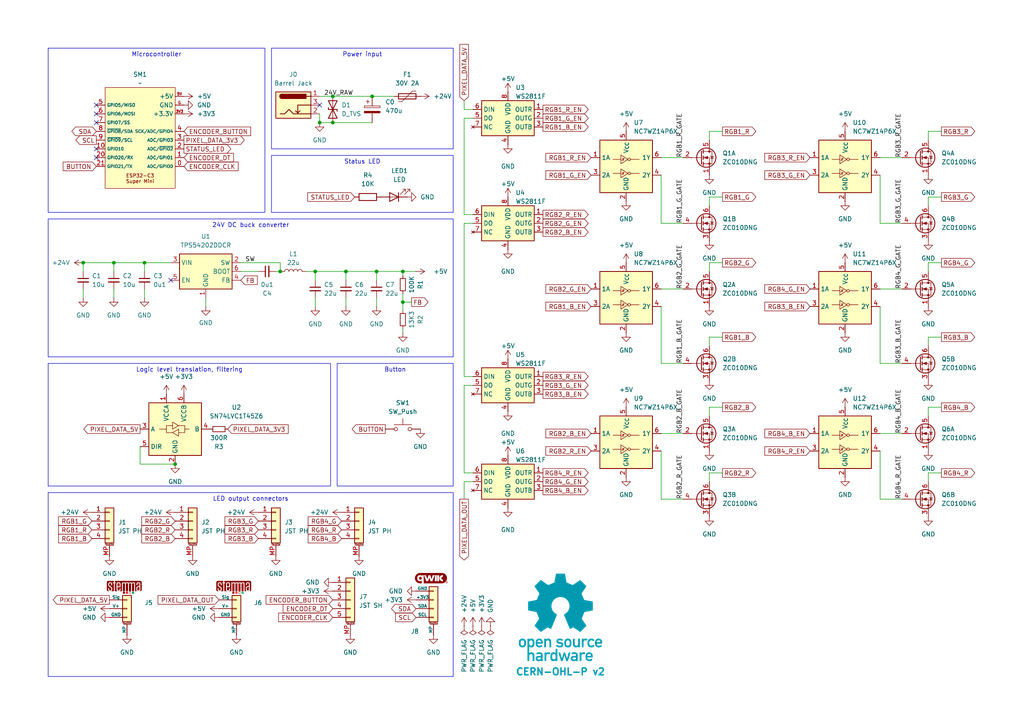
<source format=kicad_sch>
(kicad_sch (version 20231120) (generator "eeschema") (generator_version "8.0")
  (paper "A4")
  (junction (at 92.71 35.56))
  (junction (at 24.13 76.2))
  (junction (at 81.28 78.74))
  (junction (at 96.52 27.94))
  (junction (at 109.22 78.74))
  (junction (at 116.84 87.63))
  (junction (at 41.91 76.2))
  (junction (at 50.8 134.62))
  (junction (at 96.52 35.56))
  (junction (at 100.33 78.74))
  (junction (at 33.02 76.2))
  (junction (at 116.84 78.74))
  (junction (at 107.95 27.94))
  (junction (at 91.44 78.74))
  (no_connect (at 27.94 43.18))
  (no_connect (at 27.94 35.56))
  (no_connect (at 27.94 45.72))
  (no_connect (at 92.71 30.48))
  (no_connect (at 27.94 33.02))
  (no_connect (at 27.94 30.48))
  (no_connect (at 49.53 81.28))
  (wire (pts (xy 269.24 57.15) (xy 269.24 59.69)))
  (wire (pts (xy 205.74 38.1) (xy 205.74 40.64)))
  (wire (pts (xy 134.62 137.16) (xy 137.16 137.16)))
  (wire (pts (xy 273.05 38.1) (xy 269.24 38.1)))
  (wire (pts (xy 191.77 83.82) (xy 198.12 83.82)))
  (wire (pts (xy 269.24 97.79) (xy 269.24 100.33)))
  (wire (pts (xy 261.62 105.41) (xy 255.27 105.41)))
  (wire (pts (xy 91.44 78.74) (xy 91.44 81.28)))
  (wire (pts (xy 41.91 76.2) (xy 49.53 76.2)))
  (wire (pts (xy 109.22 86.36) (xy 109.22 88.9)))
  (wire (pts (xy 41.91 78.74) (xy 41.91 76.2)))
  (wire (pts (xy 255.27 105.41) (xy 255.27 88.9)))
  (wire (pts (xy 91.44 88.9) (xy 91.44 86.36)))
  (wire (pts (xy 134.62 34.29) (xy 134.62 62.23)))
  (wire (pts (xy 191.77 144.78) (xy 198.12 144.78)))
  (wire (pts (xy 24.13 86.36) (xy 24.13 83.82)))
  (wire (pts (xy 24.13 76.2) (xy 33.02 76.2)))
  (wire (pts (xy 100.33 78.74) (xy 109.22 78.74)))
  (wire (pts (xy 107.95 27.94) (xy 114.3 27.94)))
  (wire (pts (xy 116.84 78.74) (xy 120.65 78.74)))
  (wire (pts (xy 134.62 144.78) (xy 134.62 139.7)))
  (wire (pts (xy 273.05 118.11) (xy 269.24 118.11)))
  (wire (pts (xy 191.77 125.73) (xy 198.12 125.73)))
  (wire (pts (xy 24.13 78.74) (xy 24.13 76.2)))
  (wire (pts (xy 33.02 86.36) (xy 33.02 83.82)))
  (wire (pts (xy 191.77 130.81) (xy 191.77 144.78)))
  (wire (pts (xy 116.84 87.63) (xy 116.84 90.17)))
  (wire (pts (xy 134.62 64.77) (xy 134.62 109.22)))
  (wire (pts (xy 209.55 97.79) (xy 205.74 97.79)))
  (wire (pts (xy 109.22 78.74) (xy 116.84 78.74)))
  (wire (pts (xy 269.24 38.1) (xy 269.24 40.64)))
  (wire (pts (xy 116.84 96.52) (xy 116.84 95.25)))
  (wire (pts (xy 134.62 29.21) (xy 134.62 31.75)))
  (wire (pts (xy 40.64 134.62) (xy 50.8 134.62)))
  (wire (pts (xy 100.33 88.9) (xy 100.33 86.36)))
  (wire (pts (xy 88.9 78.74) (xy 91.44 78.74)))
  (wire (pts (xy 209.55 137.16) (xy 205.74 137.16)))
  (wire (pts (xy 255.27 64.77) (xy 255.27 50.8)))
  (wire (pts (xy 134.62 62.23) (xy 137.16 62.23)))
  (wire (pts (xy 191.77 64.77) (xy 198.12 64.77)))
  (wire (pts (xy 134.62 139.7) (xy 137.16 139.7)))
  (wire (pts (xy 205.74 76.2) (xy 205.74 78.74)))
  (wire (pts (xy 269.24 137.16) (xy 269.24 139.7)))
  (wire (pts (xy 273.05 97.79) (xy 269.24 97.79)))
  (wire (pts (xy 69.85 78.74) (xy 74.93 78.74)))
  (wire (pts (xy 261.62 83.82) (xy 255.27 83.82)))
  (wire (pts (xy 269.24 76.2) (xy 269.24 78.74)))
  (wire (pts (xy 100.33 81.28) (xy 100.33 78.74)))
  (wire (pts (xy 81.28 76.2) (xy 81.28 78.74)))
  (wire (pts (xy 92.71 35.56) (xy 92.71 33.02)))
  (wire (pts (xy 273.05 137.16) (xy 269.24 137.16)))
  (wire (pts (xy 40.64 129.54) (xy 40.64 134.62)))
  (wire (pts (xy 33.02 76.2) (xy 41.91 76.2)))
  (wire (pts (xy 69.85 76.2) (xy 81.28 76.2)))
  (wire (pts (xy 134.62 31.75) (xy 137.16 31.75)))
  (wire (pts (xy 191.77 50.8) (xy 191.77 64.77)))
  (wire (pts (xy 134.62 34.29) (xy 137.16 34.29)))
  (wire (pts (xy 134.62 111.76) (xy 134.62 137.16)))
  (wire (pts (xy 96.52 27.94) (xy 92.71 27.94)))
  (wire (pts (xy 137.16 64.77) (xy 134.62 64.77)))
  (wire (pts (xy 116.84 85.09) (xy 116.84 87.63)))
  (wire (pts (xy 96.52 35.56) (xy 107.95 35.56)))
  (wire (pts (xy 96.52 27.94) (xy 107.95 27.94)))
  (wire (pts (xy 269.24 118.11) (xy 269.24 120.65)))
  (wire (pts (xy 205.74 57.15) (xy 205.74 59.69)))
  (wire (pts (xy 205.74 137.16) (xy 205.74 139.7)))
  (wire (pts (xy 41.91 86.36) (xy 41.91 83.82)))
  (wire (pts (xy 209.55 118.11) (xy 205.74 118.11)))
  (wire (pts (xy 273.05 57.15) (xy 269.24 57.15)))
  (wire (pts (xy 92.71 35.56) (xy 96.52 35.56)))
  (wire (pts (xy 209.55 76.2) (xy 205.74 76.2)))
  (wire (pts (xy 273.05 76.2) (xy 269.24 76.2)))
  (wire (pts (xy 116.84 78.74) (xy 116.84 80.01)))
  (wire (pts (xy 191.77 88.9) (xy 191.77 105.41)))
  (wire (pts (xy 80.01 78.74) (xy 81.28 78.74)))
  (wire (pts (xy 209.55 57.15) (xy 205.74 57.15)))
  (wire (pts (xy 59.69 88.9) (xy 59.69 86.36)))
  (wire (pts (xy 261.62 64.77) (xy 255.27 64.77)))
  (wire (pts (xy 91.44 78.74) (xy 100.33 78.74)))
  (wire (pts (xy 205.74 97.79) (xy 205.74 100.33)))
  (wire (pts (xy 134.62 109.22) (xy 137.16 109.22)))
  (wire (pts (xy 33.02 78.74) (xy 33.02 76.2)))
  (wire (pts (xy 137.16 111.76) (xy 134.62 111.76)))
  (wire (pts (xy 261.62 45.72) (xy 255.27 45.72)))
  (wire (pts (xy 205.74 118.11) (xy 205.74 120.65)))
  (wire (pts (xy 191.77 45.72) (xy 198.12 45.72)))
  (wire (pts (xy 109.22 78.74) (xy 109.22 81.28)))
  (wire (pts (xy 191.77 105.41) (xy 198.12 105.41)))
  (wire (pts (xy 261.62 125.73) (xy 255.27 125.73)))
  (wire (pts (xy 116.84 87.63) (xy 119.38 87.63)))
  (wire (pts (xy 255.27 144.78) (xy 255.27 130.81)))
  (wire (pts (xy 209.55 38.1) (xy 205.74 38.1)))
  (wire (pts (xy 261.62 144.78) (xy 255.27 144.78)))
  (image (at 162.56 179.07) (scale 0.37481))
  (text_box "24V DC buck converter" (at 13.97 63.5 0) (size 117.475 40.005) (effects (font (size 1.27 1.27)) (justify top)))
  (text_box "Status LED" (at 78.74 45.085 0) (size 52.705 16.51) (effects (font (size 1.27 1.27)) (justify top)))
  (text_box "Button" (at 97.79 105.41 0) (size 33.655 35.56) (effects (font (size 1.27 1.27)) (justify top)))
  (text_box "Microcontroller" (at 13.97 13.97 0) (size 62.865 47.625) (effects (font (size 1.27 1.27)) (justify top)))
  (text_box "Logic level translation, filtering" (at 13.97 105.41 0) (size 81.915 35.56) (effects (font (size 1.27 1.27)) (justify top)))
  (text_box "LED output connectors" (at 13.97 142.875 0) (size 117.475 53.34) (effects (font (size 1.27 1.27)) (justify top)))
  (text_box "Power input" (at 78.74 13.97 0) (size 52.705 29.21) (effects (font (size 1.27 1.27)) (justify top)))
  (text "CERN-OHL-P v2" (at 162.56 195.072 0) (effects (font (size 2 2) (thickness 0.4) (bold yes))))
  (label "RGB2_R_GATE" (at 198.12 144.78 90))
  (label "RGB2_G_GATE" (at 198.12 83.82 90))
  (label "RGB4_R_GATE" (at 261.62 144.78 90))
  (label "RGB4_B_GATE" (at 261.62 125.73 90))
  (label "RGB1_R_GATE" (at 198.12 45.72 90))
  (label "RGB3_G_GATE" (at 261.62 64.77 90))
  (label "24V_RAW" (at 93.98 27.94 0))
  (label "RGB1_G_GATE" (at 198.12 64.77 90))
  (label "RGB4_G_GATE" (at 261.62 83.82 90))
  (label "RGB2_B_GATE" (at 198.12 125.73 90))
  (label "SW" (at 71.12 76.2 0))
  (label "RGB1_B_GATE" (at 198.12 105.41 90))
  (label "RGB3_R_GATE" (at 261.62 45.72 90))
  (label "RGB3_B_GATE" (at 261.62 105.41 90))
  (global_label "RGB2_B_EN" (shape output) (at 157.48 67.31 0) (property "Intersheetrefs" "${INTERSHEET_REFS}" (effects (hide yes))))
  (global_label "RGB2_R_EN" (shape output) (at 157.48 62.23 0) (property "Intersheetrefs" "${INTERSHEET_REFS}" (effects (hide yes))))
  (global_label "RGB1_G_EN" (shape input) (at 171.45 50.8 180) (property "Intersheetrefs" "${INTERSHEET_REFS}" (effects (hide yes))))
  (global_label "RGB3_G_EN" (shape output) (at 157.48 111.76 0) (property "Intersheetrefs" "${INTERSHEET_REFS}" (effects (hide yes))))
  (global_label "RGB3_G" (shape input) (at 74.93 151.13 180) (property "Intersheetrefs" "${INTERSHEET_REFS}" (effects (hide yes))))
  (global_label "RGB1_B" (shape input) (at 26.67 156.21 180) (property "Intersheetrefs" "${INTERSHEET_REFS}" (effects (hide yes))))
  (global_label "RGB2_B" (shape output) (at 209.55 118.11 0) (property "Intersheetrefs" "${INTERSHEET_REFS}" (effects (hide yes))))
  (global_label "ENCODER_DT" (shape input) (at 96.52 176.53 180) (property "Intersheetrefs" "${INTERSHEET_REFS}" (effects (hide yes))))
  (global_label "FB" (shape input) (at 69.85 81.28 0) (property "Intersheetrefs" "${INTERSHEET_REFS}" (effects (hide yes))))
  (global_label "SDA" (shape bidirectional) (at 27.94 38.1 180) (property "Intersheetrefs" "${INTERSHEET_REFS}" (effects (hide yes))))
  (global_label "RGB1_G_EN" (shape output) (at 157.48 34.29 0) (property "Intersheetrefs" "${INTERSHEET_REFS}" (effects (hide yes))))
  (global_label "RGB2_R" (shape output) (at 209.55 137.16 0) (property "Intersheetrefs" "${INTERSHEET_REFS}" (effects (hide yes))))
  (global_label "RGB4_G_EN" (shape input) (at 234.95 83.82 180) (property "Intersheetrefs" "${INTERSHEET_REFS}" (effects (hide yes))))
  (global_label "RGB4_G" (shape output) (at 273.05 76.2 0) (property "Intersheetrefs" "${INTERSHEET_REFS}" (effects (hide yes))))
  (global_label "SDA" (shape bidirectional) (at 120.65 176.53 180) (property "Intersheetrefs" "${INTERSHEET_REFS}" (effects (hide yes))))
  (global_label "RGB1_R_EN" (shape output) (at 157.48 31.75 0) (property "Intersheetrefs" "${INTERSHEET_REFS}" (effects (hide yes))))
  (global_label "PIXEL_DATA_OUT" (shape output) (at 134.62 144.78 270) (property "Intersheetrefs" "${INTERSHEET_REFS}" (effects (hide yes))))
  (global_label "RGB1_B" (shape output) (at 209.55 97.79 0) (property "Intersheetrefs" "${INTERSHEET_REFS}" (effects (hide yes))))
  (global_label "RGB1_B_EN" (shape input) (at 171.45 88.9 180) (property "Intersheetrefs" "${INTERSHEET_REFS}" (effects (hide yes))))
  (global_label "RGB3_G" (shape output) (at 273.05 57.15 0) (property "Intersheetrefs" "${INTERSHEET_REFS}" (effects (hide yes))))
  (global_label "RGB4_G" (shape input) (at 99.06 151.13 180) (property "Intersheetrefs" "${INTERSHEET_REFS}" (effects (hide yes))))
  (global_label "RGB4_B" (shape output) (at 273.05 118.11 0) (property "Intersheetrefs" "${INTERSHEET_REFS}" (effects (hide yes))))
  (global_label "RGB3_R_EN" (shape output) (at 157.48 109.22 0) (property "Intersheetrefs" "${INTERSHEET_REFS}" (effects (hide yes))))
  (global_label "RGB1_B_EN" (shape output) (at 157.48 36.83 0) (property "Intersheetrefs" "${INTERSHEET_REFS}" (effects (hide yes))))
  (global_label "RGB4_B_EN" (shape input) (at 234.95 125.73 180) (property "Intersheetrefs" "${INTERSHEET_REFS}" (effects (hide yes))))
  (global_label "RGB3_R" (shape output) (at 273.05 38.1 0) (property "Intersheetrefs" "${INTERSHEET_REFS}" (effects (hide yes))))
  (global_label "PIXEL_DATA_3V3" (shape input) (at 66.04 124.46 0) (property "Intersheetrefs" "${INTERSHEET_REFS}" (effects (hide yes))))
  (global_label "RGB3_R" (shape input) (at 74.93 153.67 180) (property "Intersheetrefs" "${INTERSHEET_REFS}" (effects (hide yes))))
  (global_label "RGB2_B" (shape input) (at 50.8 156.21 180) (property "Intersheetrefs" "${INTERSHEET_REFS}" (effects (hide yes))))
  (global_label "PIXEL_DATA_5V" (shape input) (at 134.62 29.21 90) (property "Intersheetrefs" "${INTERSHEET_REFS}" (effects (hide yes))))
  (global_label "RGB1_G" (shape output) (at 209.55 57.15 0) (property "Intersheetrefs" "${INTERSHEET_REFS}" (effects (hide yes))))
  (global_label "ENCODER_CLK" (shape input) (at 96.52 179.07 180) (property "Intersheetrefs" "${INTERSHEET_REFS}" (effects (hide yes))))
  (global_label "RGB2_G" (shape output) (at 209.55 76.2 0) (property "Intersheetrefs" "${INTERSHEET_REFS}" (effects (hide yes))))
  (global_label "PIXEL_DATA_OUT" (shape input) (at 63.5 173.99 180) (property "Intersheetrefs" "${INTERSHEET_REFS}" (effects (hide yes))))
  (global_label "FB" (shape output) (at 119.38 87.63 0) (property "Intersheetrefs" "${INTERSHEET_REFS}" (effects (hide yes))))
  (global_label "RGB1_R" (shape output) (at 209.55 38.1 0) (property "Intersheetrefs" "${INTERSHEET_REFS}" (effects (hide yes))))
  (global_label "SCL" (shape output) (at 27.94 40.64 180) (property "Intersheetrefs" "${INTERSHEET_REFS}" (effects (hide yes))))
  (global_label "RGB1_R_EN" (shape input) (at 171.45 45.72 180) (property "Intersheetrefs" "${INTERSHEET_REFS}" (effects (hide yes))))
  (global_label "RGB3_B" (shape input) (at 74.93 156.21 180) (property "Intersheetrefs" "${INTERSHEET_REFS}" (effects (hide yes))))
  (global_label "RGB4_B" (shape input) (at 99.06 156.21 180) (property "Intersheetrefs" "${INTERSHEET_REFS}" (effects (hide yes))))
  (global_label "PIXEL_DATA_5V" (shape output) (at 40.64 124.46 180) (property "Intersheetrefs" "${INTERSHEET_REFS}" (effects (hide yes))))
  (global_label "RGB3_B" (shape output) (at 273.05 97.79 0) (property "Intersheetrefs" "${INTERSHEET_REFS}" (effects (hide yes))))
  (global_label "BUTTON" (shape output) (at 111.76 124.46 180) (property "Intersheetrefs" "${INTERSHEET_REFS}" (effects (hide yes))))
  (global_label "BUTTON" (shape input) (at 27.94 48.26 180) (property "Intersheetrefs" "${INTERSHEET_REFS}" (effects (hide yes))))
  (global_label "RGB2_B_EN" (shape input) (at 171.45 125.73 180) (property "Intersheetrefs" "${INTERSHEET_REFS}" (effects (hide yes))))
  (global_label "STATUS_LED" (shape input) (at 102.87 57.15 180) (property "Intersheetrefs" "${INTERSHEET_REFS}" (effects (hide yes))))
  (global_label "ENCODER_CLK" (shape input) (at 53.34 48.26 0) (property "Intersheetrefs" "${INTERSHEET_REFS}" (effects (hide yes))))
  (global_label "ENCODER_DT" (shape input) (at 53.34 45.72 0) (property "Intersheetrefs" "${INTERSHEET_REFS}" (effects (hide yes))))
  (global_label "PIXEL_DATA_5V" (shape output) (at 31.75 173.99 180) (property "Intersheetrefs" "${INTERSHEET_REFS}" (effects (hide yes))))
  (global_label "RGB4_G_EN" (shape output) (at 157.48 139.7 0) (property "Intersheetrefs" "${INTERSHEET_REFS}" (effects (hide yes))))
  (global_label "RGB2_G_EN" (shape input) (at 171.45 83.82 180) (property "Intersheetrefs" "${INTERSHEET_REFS}" (effects (hide yes))))
  (global_label "RGB3_R_EN" (shape input) (at 234.95 45.72 180) (property "Intersheetrefs" "${INTERSHEET_REFS}" (effects (hide yes))))
  (global_label "RGB4_R_EN" (shape output) (at 157.48 137.16 0) (property "Intersheetrefs" "${INTERSHEET_REFS}" (effects (hide yes))))
  (global_label "RGB4_B_EN" (shape output) (at 157.48 142.24 0) (property "Intersheetrefs" "${INTERSHEET_REFS}" (effects (hide yes))))
  (global_label "PIXEL_DATA_3V3" (shape output) (at 53.34 40.64 0) (property "Intersheetrefs" "${INTERSHEET_REFS}" (effects (hide yes))))
  (global_label "RGB3_B_EN" (shape output) (at 157.48 114.3 0) (property "Intersheetrefs" "${INTERSHEET_REFS}" (effects (hide yes))))
  (global_label "SCL" (shape input) (at 120.65 179.07 180) (property "Intersheetrefs" "${INTERSHEET_REFS}" (effects (hide yes))))
  (global_label "RGB2_R_EN" (shape input) (at 171.45 130.81 180) (property "Intersheetrefs" "${INTERSHEET_REFS}" (effects (hide yes))))
  (global_label "RGB1_G" (shape input) (at 26.67 151.13 180) (property "Intersheetrefs" "${INTERSHEET_REFS}" (effects (hide yes))))
  (global_label "RGB4_R_EN" (shape input) (at 234.95 130.81 180) (property "Intersheetrefs" "${INTERSHEET_REFS}" (effects (hide yes))))
  (global_label "RGB2_G_EN" (shape output) (at 157.48 64.77 0) (property "Intersheetrefs" "${INTERSHEET_REFS}" (effects (hide yes))))
  (global_label "ENCODER_BUTTON" (shape input) (at 96.52 173.99 180) (property "Intersheetrefs" "${INTERSHEET_REFS}" (effects (hide yes))))
  (global_label "RGB2_R" (shape input) (at 50.8 153.67 180) (property "Intersheetrefs" "${INTERSHEET_REFS}" (effects (hide yes))))
  (global_label "RGB3_B_EN" (shape input) (at 234.95 88.9 180) (property "Intersheetrefs" "${INTERSHEET_REFS}" (effects (hide yes))))
  (global_label "RGB1_R" (shape input) (at 26.67 153.67 180) (property "Intersheetrefs" "${INTERSHEET_REFS}" (effects (hide yes))))
  (global_label "RGB3_G_EN" (shape input) (at 234.95 50.8 180) (property "Intersheetrefs" "${INTERSHEET_REFS}" (effects (hide yes))))
  (global_label "ENCODER_BUTTON" (shape input) (at 53.34 38.1 0) (property "Intersheetrefs" "${INTERSHEET_REFS}" (effects (hide yes))))
  (global_label "RGB4_R" (shape output) (at 273.05 137.16 0) (property "Intersheetrefs" "${INTERSHEET_REFS}" (effects (hide yes))))
  (global_label "RGB4_R" (shape input) (at 99.06 153.67 180) (property "Intersheetrefs" "${INTERSHEET_REFS}" (effects (hide yes))))
  (global_label "RGB2_G" (shape input) (at 50.8 151.13 180) (property "Intersheetrefs" "${INTERSHEET_REFS}" (effects (hide yes))))
  (global_label "STATUS_LED" (shape output) (at 53.34 43.18 0) (property "Intersheetrefs" "${INTERSHEET_REFS}" (effects (hide yes))))
  (symbol (lib_id "power:VCC") (at 53.34 27.94 270) (unit 1)
    (property "Reference" "#PWR03" (effects (hide yes)))
    (property "Value" "+5V" (at 57.15 27.9399 90) (effects (justify left)))
    (property "Description" "Power symbol creates a global label with name \"VCC\"" (effects (hide yes)))
  )
  (symbol (lib_id "Connector_Generic_MountingPin:Conn_01x04_MountingPin") (at 104.14 151.13 0) (unit 1)
    (property "Reference" "J4" (at 106.68 151.4855 0) (effects (justify left)))
    (property "Value" "JST PH" (at 106.68 154.0255 0) (effects (justify left)))
    (property "Footprint" "connector:JST_PH_S4B-PH-SM4-TB_1x04-1MP_P2.00mm_Horizontal" (effects (hide yes)))
    (property "Description" "Generic connectable mounting pin connector, single row, 01x04, script generated (kicad-library-utils/schlib/autogen/connector/)" (effects (hide yes)))
  )
  (symbol (lib_id "power:VCC") (at 245.11 118.11 0) (unit 1)
    (property "Reference" "#PWR067" (effects (hide yes)))
    (property "Value" "+5V" (at 245.11 113.03 0))
    (property "Description" "Power symbol creates a global label with name \"VCC\"" (effects (hide yes)))
  )
  (symbol (lib_id "Device:LED") (at 114.3 57.15 180) (unit 1)
    (property "Reference" "LED1" (at 115.8875 49.53 0))
    (property "Value" "LED" (at 115.8875 52.07 0))
    (property "Footprint" "discrete:LED_0402_1005Metric" (effects (hide yes)))
    (property "Description" "Light emitting diode" (effects (hide yes)))
  )
  (symbol (lib_id "power:GND") (at 181.61 138.43 0) (unit 1)
    (property "Reference" "#PWR059" (effects (hide yes)))
    (property "Value" "GND" (at 181.61 143.51 0))
    (property "Description" "Power symbol creates a global label with name \"GND\" , ground" (effects (hide yes)))
  )
  (symbol (lib_id "power:VCC") (at 134.62 181.61 0) (unit 1)
    (property "Reference" "#PWR029" (effects (hide yes)))
    (property "Value" "+24V" (at 134.6199 177.8 90) (effects (justify left)))
    (property "Description" "Power symbol creates a global label with name \"VCC\"" (effects (hide yes)))
  )
  (symbol (lib_id "power:GND") (at 125.73 184.15 0) (unit 1)
    (property "Reference" "#PWR027" (effects (hide yes)))
    (property "Value" "GND" (at 125.73 189.23 0))
    (property "Description" "Power symbol creates a global label with name \"GND\" , ground" (effects (hide yes)))
  )
  (symbol (lib_id "power:GND") (at 31.75 179.07 270) (unit 1)
    (property "Reference" "#PWR046" (effects (hide yes)))
    (property "Value" "GND" (at 27.94 179.0699 90) (effects (justify right)))
    (property "Description" "Power symbol creates a global label with name \"GND\" , ground" (effects (hide yes)))
  )
  (symbol (lib_id "Device:Polyfuse") (at 118.11 27.94 90) (unit 1)
    (property "Reference" "F1" (at 118.11 21.59 90))
    (property "Value" "30V 2A" (at 118.11 24.13 90))
    (property "Footprint" "Fuse:Fuse_1812_4532Metric" (effects (hide yes)))
    (property "Description" "Resettable fuse, polymeric positive temperature coefficient" (effects (hide yes)))
  )
  (symbol (lib_id "Device:C_Small") (at 91.44 83.82 0) (unit 1)
    (property "Reference" "C5" (at 93.98 82.5562 0) (effects (justify left)))
    (property "Value" "22u" (at 93.98 85.0962 0) (effects (justify left)))
    (property "Footprint" "discrete:C_0805_2012Metric_Pad1.18x1.45mm_HandSolder" (effects (hide yes)))
    (property "Description" "Unpolarized capacitor, small symbol" (effects (hide yes)))
  )
  (symbol (lib_id "discrete:ZC010DNG") (at 203.2 64.77 0) (unit 2)
    (property "Reference" "Q1" (at 209.55 63.4999 0) (effects (justify left)))
    (property "Value" "ZC010DNG" (at 209.55 66.0399 0) (effects (justify left)))
    (property "Footprint" "package:PDFN-8_L3.2-W3.1-P0.65-LS3.4-BL-EP2" (effects (hide yes)))
    (property "Datasheet" "https://www.lcsc.com/datasheet/lcsc_datasheet_2407301051_DOINGTER-ZC010DNG_C36499170.pdf" (effects (hide yes)))
    (property "Description" "35A Id, 30V Vds, Dual N-Channel MOSFET, PDFN-8(3x3)" (effects (hide yes)))
    (property "LCSC Part" "C36499170" (effects (hide yes)))
  )
  (symbol (lib_id "power:VCC") (at 24.13 76.2 90) (unit 1)
    (property "Reference" "#PWR011" (effects (hide yes)))
    (property "Value" "+24V" (at 20.32 76.1999 90) (effects (justify left)))
    (property "Description" "Power symbol creates a global label with name \"VCC\"" (effects (hide yes)))
  )
  (symbol (lib_id "power:GND") (at 245.11 58.42 0) (unit 1)
    (property "Reference" "#PWR064" (effects (hide yes)))
    (property "Value" "GND" (at 245.11 63.5 0))
    (property "Description" "Power symbol creates a global label with name \"GND\" , ground" (effects (hide yes)))
  )
  (symbol (lib_id "power:GND") (at 181.61 58.42 0) (unit 1)
    (property "Reference" "#PWR035" (effects (hide yes)))
    (property "Value" "GND" (at 181.61 63.5 0))
    (property "Description" "Power symbol creates a global label with name \"GND\" , ground" (effects (hide yes)))
  )
  (symbol (lib_id "Device:C_Small") (at 100.33 83.82 0) (unit 1)
    (property "Reference" "C6" (at 102.87 82.5562 0) (effects (justify left)))
    (property "Value" "22u" (at 102.87 85.0962 0) (effects (justify left)))
    (property "Footprint" "discrete:C_0805_2012Metric_Pad1.18x1.45mm_HandSolder" (effects (hide yes)))
    (property "Description" "Unpolarized capacitor, small symbol" (effects (hide yes)))
  )
  (symbol (lib_id "power:VCC") (at 99.06 148.59 90) (unit 1)
    (property "Reference" "#PWR043" (effects (hide yes)))
    (property "Value" "+24V" (at 95.25 148.5899 90) (effects (justify left)))
    (property "Description" "Power symbol creates a global label with name \"VCC\"" (effects (hide yes)))
  )
  (symbol (lib_id "power:GND") (at 205.74 110.49 0) (unit 1)
    (property "Reference" "#PWR051" (effects (hide yes)))
    (property "Value" "GND" (at 205.74 115.57 0))
    (property "Description" "Power symbol creates a global label with name \"GND\" , ground" (effects (hide yes)))
  )
  (symbol (lib_id "power:VCC") (at 50.8 148.59 90) (unit 1)
    (property "Reference" "#PWR039" (effects (hide yes)))
    (property "Value" "+24V" (at 46.99 148.5899 90) (effects (justify left)))
    (property "Description" "Power symbol creates a global label with name \"VCC\"" (effects (hide yes)))
  )
  (symbol (lib_id "power:VCC") (at 63.5 176.53 90) (unit 1)
    (property "Reference" "#PWR049" (effects (hide yes)))
    (property "Value" "+5V" (at 59.69 176.5299 90) (effects (justify left)))
    (property "Description" "Power symbol creates a global label with name \"VCC\"" (effects (hide yes)))
  )
  (symbol (lib_id "power:VCC") (at 31.75 176.53 90) (unit 1)
    (property "Reference" "#PWR047" (effects (hide yes)))
    (property "Value" "+5V" (at 27.94 176.5299 90) (effects (justify left)))
    (property "Description" "Power symbol creates a global label with name \"VCC\"" (effects (hide yes)))
  )
  (symbol (lib_id "discrete:ZC010DNG") (at 266.7 144.78 0) (unit 2)
    (property "Reference" "Q6" (at 273.05 143.5099 0) (effects (justify left)))
    (property "Value" "ZC010DNG" (at 273.05 146.0499 0) (effects (justify left)))
    (property "Footprint" "package:PDFN-8_L3.2-W3.1-P0.65-LS3.4-BL-EP2" (effects (hide yes)))
    (property "Datasheet" "https://www.lcsc.com/datasheet/lcsc_datasheet_2407301051_DOINGTER-ZC010DNG_C36499170.pdf" (effects (hide yes)))
    (property "Description" "35A Id, 30V Vds, Dual N-Channel MOSFET, PDFN-8(3x3)" (effects (hide yes)))
    (property "LCSC Part" "C36499170" (effects (hide yes)))
  )
  (symbol (lib_id "power:VCC") (at 181.61 38.1 0) (unit 1)
    (property "Reference" "#PWR036" (effects (hide yes)))
    (property "Value" "+5V" (at 181.61 33.02 0))
    (property "Description" "Power symbol creates a global label with name \"VCC\"" (effects (hide yes)))
  )
  (symbol (lib_id "discrete:ZC010DNG") (at 266.7 45.72 0) (unit 1)
    (property "Reference" "Q4" (at 273.05 44.4499 0) (effects (justify left)))
    (property "Value" "ZC010DNG" (at 273.05 46.9899 0) (effects (justify left)))
    (property "Footprint" "package:PDFN-8_L3.2-W3.1-P0.65-LS3.4-BL-EP2" (effects (hide yes)))
    (property "Datasheet" "https://www.lcsc.com/datasheet/lcsc_datasheet_2407301051_DOINGTER-ZC010DNG_C36499170.pdf" (effects (hide yes)))
    (property "Description" "35A Id, 30V Vds, Dual N-Channel MOSFET, PDFN-8(3x3)" (effects (hide yes)))
    (property "LCSC Part" "C36499170" (effects (hide yes)))
  )
  (symbol (lib_id "power:GND") (at 269.24 130.81 0) (unit 1)
    (property "Reference" "#PWR073" (effects (hide yes)))
    (property "Value" "GND" (at 269.24 135.89 0))
    (property "Description" "Power symbol creates a global label with name \"GND\" , ground" (effects (hide yes)))
  )
  (symbol (lib_id "power:GND") (at 96.52 168.91 270) (unit 1)
    (property "Reference" "#PWR021" (effects (hide yes)))
    (property "Value" "GND" (at 92.71 168.9099 90) (effects (justify right)))
    (property "Description" "Power symbol creates a global label with name \"GND\" , ground" (effects (hide yes)))
  )
  (symbol (lib_id "power:GND") (at 269.24 88.9 0) (unit 1)
    (property "Reference" "#PWR071" (effects (hide yes)))
    (property "Value" "GND" (at 269.24 93.98 0))
    (property "Description" "Power symbol creates a global label with name \"GND\" , ground" (effects (hide yes)))
  )
  (symbol (lib_id "Device:R_Small") (at 116.84 82.55 0) (mirror x) (unit 1)
    (property "Reference" "R1" (at 121.92 82.55 90))
    (property "Value" "100K" (at 119.38 82.55 90))
    (property "Footprint" "Resistor_SMD:R_0603_1608Metric_Pad0.98x0.95mm_HandSolder" (effects (hide yes)))
    (property "Description" "Resistor, small symbol" (effects (hide yes)))
  )
  (symbol (lib_id "power:VCC") (at 26.67 148.59 90) (unit 1)
    (property "Reference" "#PWR028" (effects (hide yes)))
    (property "Value" "+24V" (at 22.86 148.5899 90) (effects (justify left)))
    (property "Description" "Power symbol creates a global label with name \"VCC\"" (effects (hide yes)))
  )
  (symbol (lib_id "discrete:ZC010DNG") (at 203.2 125.73 0) (unit 1)
    (property "Reference" "Q3" (at 209.55 124.4599 0) (effects (justify left)))
    (property "Value" "ZC010DNG" (at 209.55 126.9999 0) (effects (justify left)))
    (property "Footprint" "package:PDFN-8_L3.2-W3.1-P0.65-LS3.4-BL-EP2" (effects (hide yes)))
    (property "Datasheet" "https://www.lcsc.com/datasheet/lcsc_datasheet_2407301051_DOINGTER-ZC010DNG_C36499170.pdf" (effects (hide yes)))
    (property "Description" "35A Id, 30V Vds, Dual N-Channel MOSFET, PDFN-8(3x3)" (effects (hide yes)))
    (property "LCSC Part" "C36499170" (effects (hide yes)))
  )
  (symbol (lib_id "ic:WS2811F") (at 147.32 64.77 0) (unit 1)
    (property "Reference" "U4" (at 149.5141 55.88 0) (effects (justify left)))
    (property "Value" "WS2811F" (at 149.5141 58.42 0) (effects (justify left)))
    (property "Footprint" "package:FSOP-8_L3.3-W1.7-P0.80-LS2.9-BL" (effects (hide yes)))
    (property "Datasheet" "https://www.lcsc.com/datasheet/lcsc_datasheet_2310231548_Worldsemi-WS2811F_C5446692.pdf" (effects (hide yes)))
    (property "Description" "3-Channel 8-Bit PWM LED Driver, FSOP-8" (effects (hide yes)))
    (property "LCSC Part" "C5446692" (effects (hide yes)))
  )
  (symbol (lib_id "ic:NC7WZ14P6X") (at 181.61 48.26 0) (unit 1)
    (property "Reference" "U7" (at 183.8041 35.56 0) (effects (justify left)))
    (property "Value" "NC7WZ14P6X" (at 183.8041 38.1 0) (effects (justify left)))
    (property "Footprint" "package:SOT-363_SC-70-6_HandSolder" (effects (hide yes)))
    (property "Datasheet" "https://www.onsemi.com/download/data-sheet/pdf/nc7wz14-d.pdf" (effects (hide yes)))
    (property "Description" "Dual schmitt inverter, VCC from 1.65 to 5.5 V, SOT-363-6" (effects (hide yes)))
    (property "LCSC Part" "C5207816" (effects (hide yes)))
  )
  (symbol (lib_id "power:GND") (at 33.02 86.36 0) (unit 1)
    (property "Reference" "#PWR013" (effects (hide yes)))
    (property "Value" "GND" (at 33.02 91.44 0))
    (property "Description" "Power symbol creates a global label with name \"GND\" , ground" (effects (hide yes)))
  )
  (symbol (lib_id "power:GND") (at 205.74 88.9 0) (unit 1)
    (property "Reference" "#PWR034" (effects (hide yes)))
    (property "Value" "GND" (at 205.74 93.98 0))
    (property "Description" "Power symbol creates a global label with name \"GND\" , ground" (effects (hide yes)))
  )
  (symbol (lib_id "power:VCC") (at 96.52 171.45 90) (unit 1)
    (property "Reference" "#PWR023" (effects (hide yes)))
    (property "Value" "+3V3" (at 92.71 171.4499 90) (effects (justify left)))
    (property "Description" "Power symbol creates a global label with name \"VCC\"" (effects (hide yes)))
  )
  (symbol (lib_id "power:GND") (at 120.65 171.45 270) (unit 1)
    (property "Reference" "#PWR025" (effects (hide yes)))
    (property "Value" "GND" (at 116.84 171.4499 90) (effects (justify right)))
    (property "Description" "Power symbol creates a global label with name \"GND\" , ground" (effects (hide yes)))
  )
  (symbol (lib_id "power:VCC") (at 74.93 148.59 90) (unit 1)
    (property "Reference" "#PWR041" (effects (hide yes)))
    (property "Value" "+24V" (at 71.12 148.5899 90) (effects (justify left)))
    (property "Description" "Power symbol creates a global label with name \"VCC\"" (effects (hide yes)))
  )
  (symbol (lib_id "power:GND") (at 245.11 138.43 0) (unit 1)
    (property "Reference" "#PWR068" (effects (hide yes)))
    (property "Value" "GND" (at 245.11 143.51 0))
    (property "Description" "Power symbol creates a global label with name \"GND\" , ground" (effects (hide yes)))
  )
  (symbol (lib_id "Device:C_Small") (at 41.91 81.28 0) (unit 1)
    (property "Reference" "C3" (at 44.45 80.0162 0) (effects (justify left)))
    (property "Value" "0u1" (at 44.45 82.5562 0) (effects (justify left)))
    (property "Footprint" "discrete:C_0402_1005Metric" (effects (hide yes)))
    (property "Description" "Unpolarized capacitor, small symbol" (effects (hide yes)))
  )
  (symbol (lib_id "discrete:ZC010DNG") (at 266.7 83.82 0) (unit 1)
    (property "Reference" "Q5" (at 273.05 82.5499 0) (effects (justify left)))
    (property "Value" "ZC010DNG" (at 273.05 85.0899 0) (effects (justify left)))
    (property "Footprint" "package:PDFN-8_L3.2-W3.1-P0.65-LS3.4-BL-EP2" (effects (hide yes)))
    (property "Datasheet" "https://www.lcsc.com/datasheet/lcsc_datasheet_2407301051_DOINGTER-ZC010DNG_C36499170.pdf" (effects (hide yes)))
    (property "Description" "35A Id, 30V Vds, Dual N-Channel MOSFET, PDFN-8(3x3)" (effects (hide yes)))
    (property "LCSC Part" "C36499170" (effects (hide yes)))
  )
  (symbol (lib_id "Device:R_Small") (at 116.84 92.71 0) (mirror x) (unit 1)
    (property "Reference" "R2" (at 121.92 92.71 90))
    (property "Value" "13K3" (at 119.38 92.71 90))
    (property "Footprint" "Resistor_SMD:R_0603_1608Metric_Pad0.98x0.95mm_HandSolder" (effects (hide yes)))
    (property "Description" "Resistor, small symbol" (effects (hide yes)))
  )
  (symbol (lib_id "module:ESP32-C3-Super-Mini") (at 40.64 39.37 0) (unit 1)
    (property "Reference" "SM1" (at 40.64 21.59 0))
    (property "Value" "~" (at 40.64 24.13 0))
    (property "Footprint" "module:ESP32-C3-Super-Mini-Castellated-SMD-only" (effects (hide yes)))
  )
  (symbol (lib_id "connector:Qwiic") (at 125.73 173.99 0) (unit 1)
    (property "Reference" "J8" (at 119.126 183.134 0) (effects (justify left)))
    (property "Value" "Qwiic" (effects (hide yes)))
    (property "Footprint" "connector:Qwiic-SMD-horizontal-logo" (effects (hide yes)))
    (property "Datasheet" "https://www.sparkfun.com/qwiic" (effects (hide yes)))
    (property "Description" "Qwiic connector, JST SH 1.0mm 1x04" (effects (hide yes)))
  )
  (symbol (lib_id "power:GND") (at 80.01 161.29 0) (unit 1)
    (property "Reference" "#PWR042" (effects (hide yes)))
    (property "Value" "GND" (at 80.01 166.37 0))
    (property "Description" "Power symbol creates a global label with name \"GND\" , ground" (effects (hide yes)))
  )
  (symbol (lib_name "TPS54202DDCR_1") (lib_id "ic:TPS54202DDCR") (at 59.69 78.74 0) (unit 1)
    (property "Reference" "U1" (at 59.69 68.58 0))
    (property "Value" "TPS54202DDCR" (at 59.69 71.12 0))
    (property "Footprint" "Package_TO_SOT_SMD:SOT-23-6" (effects (hide yes)))
    (property "Datasheet" "http://www.ti.com/lit/ds/symlink/tps563200.pdf" (effects (hide yes)))
    (property "Description" "2A Synchronous Step-Down Voltage Regulator, Adjustable Output Voltage, 4.5-28V Input Voltage, SOT-23-6" (effects (hide yes)))
    (property "LCSC Part" "C191884" (effects (hide yes)))
  )
  (symbol (lib_id "power:+5V") (at 120.65 78.74 270) (unit 1)
    (property "Reference" "#PWR019" (effects (hide yes)))
    (property "Value" "+5V" (at 125.73 78.7399 90) (effects (justify left)))
    (property "Description" "Power symbol creates a global label with name \"+5V\"" (effects (hide yes)))
  )
  (symbol (lib_id "ic:NC7WZ14P6X") (at 245.11 128.27 0) (unit 1)
    (property "Reference" "U12" (at 247.3041 115.57 0) (effects (justify left)))
    (property "Value" "NC7WZ14P6X" (at 247.3041 118.11 0) (effects (justify left)))
    (property "Footprint" "package:SOT-363_SC-70-6_HandSolder" (effects (hide yes)))
    (property "Datasheet" "https://www.onsemi.com/download/data-sheet/pdf/nc7wz14-d.pdf" (effects (hide yes)))
    (property "Description" "Dual schmitt inverter, VCC from 1.65 to 5.5 V, SOT-363-6" (effects (hide yes)))
    (property "LCSC Part" "C5207816" (effects (hide yes)))
  )
  (symbol (lib_id "power:GND") (at 205.74 50.8 0) (unit 1)
    (property "Reference" "#PWR032" (effects (hide yes)))
    (property "Value" "GND" (at 205.74 55.88 0))
    (property "Description" "Power symbol creates a global label with name \"GND\" , ground" (effects (hide yes)))
  )
  (symbol (lib_id "power:GND") (at 109.22 88.9 0) (unit 1)
    (property "Reference" "#PWR075" (effects (hide yes)))
    (property "Value" "GND" (at 109.22 93.98 0))
    (property "Description" "Power symbol creates a global label with name \"GND\" , ground" (effects (hide yes)))
  )
  (symbol (lib_id "power:VCC") (at 53.34 33.02 270) (unit 1)
    (property "Reference" "#PWR05" (effects (hide yes)))
    (property "Value" "+3V3" (at 57.15 33.0199 90) (effects (justify left)))
    (property "Description" "Power symbol creates a global label with name \"VCC\"" (effects (hide yes)))
  )
  (symbol (lib_id "power:GND") (at 269.24 69.85 0) (unit 1)
    (property "Reference" "#PWR070" (effects (hide yes)))
    (property "Value" "GND" (at 269.24 74.93 0))
    (property "Description" "Power symbol creates a global label with name \"GND\" , ground" (effects (hide yes)))
  )
  (symbol (lib_id "power:GND") (at 91.44 88.9 0) (unit 1)
    (property "Reference" "#PWR016" (effects (hide yes)))
    (property "Value" "GND" (at 91.44 93.98 0))
    (property "Description" "Power symbol creates a global label with name \"GND\" , ground" (effects (hide yes)))
  )
  (symbol (lib_id "Device:C_Polarized") (at 107.95 31.75 0) (unit 1)
    (property "Reference" "C0" (at 111.76 29.5909 0) (effects (justify left)))
    (property "Value" "470u" (at 111.76 32.1309 0) (effects (justify left)))
    (property "Footprint" "Capacitor_SMD:CP_Elec_8x10" (effects (hide yes)))
    (property "Description" "Polarized capacitor" (effects (hide yes)))
  )
  (symbol (lib_id "power:GND") (at 181.61 96.52 0) (unit 1)
    (property "Reference" "#PWR057" (effects (hide yes)))
    (property "Value" "GND" (at 181.61 101.6 0))
    (property "Description" "Power symbol creates a global label with name \"GND\" , ground" (effects (hide yes)))
  )
  (symbol (lib_id "power:VCC") (at 139.7 181.61 0) (unit 1)
    (property "Reference" "#PWR01" (effects (hide yes)))
    (property "Value" "+3V3" (at 139.6999 177.8 90) (effects (justify left)))
    (property "Description" "Power symbol creates a global label with name \"VCC\"" (effects (hide yes)))
  )
  (symbol (lib_id "discrete:ZC010DNG") (at 266.7 64.77 0) (unit 2)
    (property "Reference" "Q4" (at 273.05 63.4999 0) (effects (justify left)))
    (property "Value" "ZC010DNG" (at 273.05 66.0399 0) (effects (justify left)))
    (property "Footprint" "package:PDFN-8_L3.2-W3.1-P0.65-LS3.4-BL-EP2" (effects (hide yes)))
    (property "Datasheet" "https://www.lcsc.com/datasheet/lcsc_datasheet_2407301051_DOINGTER-ZC010DNG_C36499170.pdf" (effects (hide yes)))
    (property "Description" "35A Id, 30V Vds, Dual N-Channel MOSFET, PDFN-8(3x3)" (effects (hide yes)))
    (property "LCSC Part" "C36499170" (effects (hide yes)))
  )
  (symbol (lib_id "power:GND") (at 101.6 184.15 0) (unit 1)
    (property "Reference" "#PWR024" (effects (hide yes)))
    (property "Value" "GND" (at 101.6 189.23 0))
    (property "Description" "Power symbol creates a global label with name \"GND\" , ground" (effects (hide yes)))
  )
  (symbol (lib_id "power:GND") (at 205.74 130.81 0) (unit 1)
    (property "Reference" "#PWR052" (effects (hide yes)))
    (property "Value" "GND" (at 205.74 135.89 0))
    (property "Description" "Power symbol creates a global label with name \"GND\" , ground" (effects (hide yes)))
  )
  (symbol (lib_id "power:VCC") (at 121.92 27.94 270) (unit 1)
    (property "Reference" "#PWR010" (effects (hide yes)))
    (property "Value" "+24V" (at 125.73 27.9399 90) (effects (justify left)))
    (property "Description" "Power symbol creates a global label with name \"VCC\"" (effects (hide yes)))
  )
  (symbol (lib_id "power:+5V") (at 147.32 104.14 0) (unit 1)
    (property "Reference" "#PWR07" (effects (hide yes)))
    (property "Value" "+5V" (at 147.32 100.33 0))
    (property "Description" "Power symbol creates a global label with name \"+5V\"" (effects (hide yes)))
  )
  (symbol (lib_id "power:VCC") (at 137.16 181.61 0) (unit 1)
    (property "Reference" "#PWR06" (effects (hide yes)))
    (property "Value" "+5V" (at 137.1599 177.8 90) (effects (justify left)))
    (property "Description" "Power symbol creates a global label with name \"VCC\"" (effects (hide yes)))
  )
  (symbol (lib_id "Device:D_TVS") (at 96.52 31.75 90) (unit 1)
    (property "Reference" "D1" (at 99.06 30.4799 90) (effects (justify right)))
    (property "Value" "D_TVS" (at 99.06 33.0199 90) (effects (justify right)))
    (property "Footprint" "package:D_SOD-123F" (effects (hide yes)))
    (property "Description" "Bidirectional transient-voltage-suppression diode" (effects (hide yes)))
  )
  (symbol (lib_id "discrete:ZC010DNG") (at 266.7 125.73 0) (unit 1)
    (property "Reference" "Q6" (at 273.05 124.4599 0) (effects (justify left)))
    (property "Value" "ZC010DNG" (at 273.05 126.9999 0) (effects (justify left)))
    (property "Footprint" "package:PDFN-8_L3.2-W3.1-P0.65-LS3.4-BL-EP2" (effects (hide yes)))
    (property "Datasheet" "https://www.lcsc.com/datasheet/lcsc_datasheet_2407301051_DOINGTER-ZC010DNG_C36499170.pdf" (effects (hide yes)))
    (property "Description" "35A Id, 30V Vds, Dual N-Channel MOSFET, PDFN-8(3x3)" (effects (hide yes)))
    (property "LCSC Part" "C36499170" (effects (hide yes)))
  )
  (symbol (lib_id "power:PWR_FLAG") (at 134.62 181.61 180) (unit 1)
    (property "Reference" "#FLG04" (effects (hide yes)))
    (property "Value" "PWR_FLAG" (at 134.6199 185.42 90) (effects (justify left)))
    (property "Description" "Special symbol for telling ERC where power comes from" (effects (hide yes)))
  )
  (symbol (lib_id "power:+5V") (at 147.32 132.08 0) (unit 1)
    (property "Reference" "#PWR020" (effects (hide yes)))
    (property "Value" "+5V" (at 147.32 128.27 0))
    (property "Description" "Power symbol creates a global label with name \"+5V\"" (effects (hide yes)))
  )
  (symbol (lib_id "power:GND") (at 269.24 50.8 0) (unit 1)
    (property "Reference" "#PWR069" (effects (hide yes)))
    (property "Value" "GND" (at 269.24 55.88 0))
    (property "Description" "Power symbol creates a global label with name \"GND\" , ground" (effects (hide yes)))
  )
  (symbol (lib_id "power:GND") (at 31.75 161.29 0) (unit 1)
    (property "Reference" "#PWR038" (effects (hide yes)))
    (property "Value" "GND" (at 31.75 166.37 0))
    (property "Description" "Power symbol creates a global label with name \"GND\" , ground" (effects (hide yes)))
  )
  (symbol (lib_id "power:GND") (at 142.24 181.61 180) (unit 1)
    (property "Reference" "#PWR02" (effects (hide yes)))
    (property "Value" "GND" (at 142.2399 177.8 90) (effects (justify right)))
    (property "Description" "Power symbol creates a global label with name \"GND\" , ground" (effects (hide yes)))
  )
  (symbol (lib_id "power:GND") (at 68.58 184.15 0) (unit 1)
    (property "Reference" "#PWR050" (effects (hide yes)))
    (property "Value" "GND" (at 68.58 189.23 0))
    (property "Description" "Power symbol creates a global label with name \"GND\" , ground" (effects (hide yes)))
  )
  (symbol (lib_id "power:GND") (at 63.5 179.07 270) (unit 1)
    (property "Reference" "#PWR048" (effects (hide yes)))
    (property "Value" "GND" (at 59.69 179.0699 90) (effects (justify right)))
    (property "Description" "Power symbol creates a global label with name \"GND\" , ground" (effects (hide yes)))
  )
  (symbol (lib_id "power:GND") (at 147.32 41.91 0) (unit 1)
    (property "Reference" "#PWR031" (effects (hide yes)))
    (property "Value" "GND" (at 147.32 48.26 0))
    (property "Description" "Power symbol creates a global label with name \"GND\" , ground" (effects (hide yes)))
  )
  (symbol (lib_id "Device:C_Small") (at 109.22 83.82 0) (unit 1)
    (property "Reference" "C7" (at 111.76 82.5562 0) (effects (justify left)))
    (property "Value" "22u" (at 111.76 85.0962 0) (effects (justify left)))
    (property "Footprint" "discrete:C_0805_2012Metric_Pad1.18x1.45mm_HandSolder" (effects (hide yes)))
    (property "Description" "Unpolarized capacitor, small symbol" (effects (hide yes)))
  )
  (symbol (lib_id "ic:WS2811F") (at 147.32 34.29 0) (unit 1)
    (property "Reference" "U3" (at 149.5141 25.4 0) (effects (justify left)))
    (property "Value" "WS2811F" (at 149.5141 27.94 0) (effects (justify left)))
    (property "Footprint" "package:FSOP-8_L3.3-W1.7-P0.80-LS2.9-BL" (effects (hide yes)))
    (property "Datasheet" "https://www.lcsc.com/datasheet/lcsc_datasheet_2310231548_Worldsemi-WS2811F_C5446692.pdf" (effects (hide yes)))
    (property "Description" "3-Channel 8-Bit PWM LED Driver, FSOP-8" (effects (hide yes)))
    (property "LCSC Part" "C5446692" (effects (hide yes)))
  )
  (symbol (lib_id "power:VCC") (at 120.65 173.99 90) (unit 1)
    (property "Reference" "#PWR026" (effects (hide yes)))
    (property "Value" "+3V3" (at 116.84 173.9899 90) (effects (justify left)))
    (property "Description" "Power symbol creates a global label with name \"VCC\"" (effects (hide yes)))
  )
  (symbol (lib_id "Device:R") (at 106.68 57.15 90) (unit 1)
    (property "Reference" "R4" (at 106.68 50.8 90))
    (property "Value" "10K" (at 106.68 53.34 90))
    (property "Footprint" "discrete:R_0402_1005Metric" (effects (hide yes)))
    (property "Description" "Resistor" (effects (hide yes)))
  )
  (symbol (lib_id "Device:C_Small") (at 77.47 78.74 90) (mirror x) (unit 1)
    (property "Reference" "C4" (at 77.4763 85.09 90))
    (property "Value" "0u1" (at 77.4763 82.55 90))
    (property "Footprint" "discrete:C_0402_1005Metric" (effects (hide yes)))
    (property "Description" "Unpolarized capacitor, small symbol" (effects (hide yes)))
  )
  (symbol (lib_id "power:GND") (at 41.91 86.36 0) (unit 1)
    (property "Reference" "#PWR014" (effects (hide yes)))
    (property "Value" "GND" (at 41.91 91.44 0))
    (property "Description" "Power symbol creates a global label with name \"GND\" , ground" (effects (hide yes)))
  )
  (symbol (lib_id "power:GND") (at 205.74 149.86 0) (unit 1)
    (property "Reference" "#PWR053" (effects (hide yes)))
    (property "Value" "GND" (at 205.74 154.94 0))
    (property "Description" "Power symbol creates a global label with name \"GND\" , ground" (effects (hide yes)))
  )
  (symbol (lib_id "Connector_Generic_MountingPin:Conn_01x05_MountingPin") (at 101.6 173.99 0) (unit 1)
    (property "Reference" "J7" (at 104.14 173.0755 0) (effects (justify left)))
    (property "Value" "JST SH" (at 104.14 175.6155 0) (effects (justify left)))
    (property "Footprint" "connector:JST_SH_SM05B-SRSS-TB_1x05-1MP_P1.00mm_Horizontal" (effects (hide yes)))
    (property "Description" "Generic connectable mounting pin connector, single row, 01x05, script generated (kicad-library-utils/schlib/autogen/connector/)" (effects (hide yes)))
  )
  (symbol (lib_id "ic:SN74LVC1T45Z6") (at 50.8 124.46 0) (unit 1)
    (property "Reference" "U2" (at 68.58 118.1414 0))
    (property "Value" "SN74LVC1T45Z6" (at 68.58 120.6814 0))
    (property "Footprint" "Package_TO_SOT_SMD:SOT-563" (effects (hide yes)))
    (property "Datasheet" "https://www.diodes.com/assets/Datasheets/74LVC1T45.pdf" (effects (hide yes)))
    (property "Description" "Single-Bit Dual-Supply Bus Transceiver With Configurable Voltage Translation and 3-State Outputs, SOT-563" (effects (hide yes)))
    (property "LCSC Part" "C441819" (effects (hide yes)))
  )
  (symbol (lib_id "power:VCC") (at 245.11 38.1 0) (unit 1)
    (property "Reference" "#PWR063" (effects (hide yes)))
    (property "Value" "+5V" (at 245.11 33.02 0))
    (property "Description" "Power symbol creates a global label with name \"VCC\"" (effects (hide yes)))
  )
  (symbol (lib_id "ic:WS2811F") (at 147.32 111.76 0) (unit 1)
    (property "Reference" "U5" (at 149.5141 102.87 0) (effects (justify left)))
    (property "Value" "WS2811F" (at 149.5141 105.41 0) (effects (justify left)))
    (property "Footprint" "package:FSOP-8_L3.3-W1.7-P0.80-LS2.9-BL" (effects (hide yes)))
    (property "Datasheet" "https://www.lcsc.com/datasheet/lcsc_datasheet_2310231548_Worldsemi-WS2811F_C5446692.pdf" (effects (hide yes)))
    (property "Description" "3-Channel 8-Bit PWM LED Driver, FSOP-8" (effects (hide yes)))
    (property "LCSC Part" "C5446692" (effects (hide yes)))
  )
  (symbol (lib_id "power:+3V3") (at 53.34 114.3 0) (unit 1)
    (property "Reference" "#PWR060" (effects (hide yes)))
    (property "Value" "+3V3" (at 53.34 109.22 0))
    (property "Description" "Power symbol creates a global label with name \"+3V3\"" (effects (hide yes)))
  )
  (symbol (lib_id "Device:C_Small") (at 24.13 81.28 0) (unit 1)
    (property "Reference" "C1" (at 26.67 80.0162 0) (effects (justify left)))
    (property "Value" "10u" (at 26.67 82.5562 0) (effects (justify left)))
    (property "Footprint" "custom:C_0603_1608Metric_Pad1.08x0.95mm_HandSolder" (effects (hide yes)))
    (property "Description" "Unpolarized capacitor, small symbol" (effects (hide yes)))
  )
  (symbol (lib_id "power:GND") (at 245.11 96.52 0) (unit 1)
    (property "Reference" "#PWR066" (effects (hide yes)))
    (property "Value" "GND" (at 245.11 101.6 0))
    (property "Description" "Power symbol creates a global label with name \"GND\" , ground" (effects (hide yes)))
  )
  (symbol (lib_id "power:GND") (at 36.83 184.15 0) (unit 1)
    (property "Reference" "#PWR045" (effects (hide yes)))
    (property "Value" "GND" (at 36.83 189.23 0))
    (property "Description" "Power symbol creates a global label with name \"GND\" , ground" (effects (hide yes)))
  )
  (symbol (lib_id "power:GND") (at 59.69 88.9 0) (unit 1)
    (property "Reference" "#PWR015" (effects (hide yes)))
    (property "Value" "GND" (at 59.69 93.6301 0))
    (property "Description" "Power symbol creates a global label with name \"GND\" , ground" (effects (hide yes)))
  )
  (symbol (lib_id "power:PWR_FLAG") (at 139.7 181.61 180) (unit 1)
    (property "Reference" "#FLG01" (effects (hide yes)))
    (property "Value" "PWR_FLAG" (at 139.6999 185.42 90) (effects (justify left)))
    (property "Description" "Special symbol for telling ERC where power comes from" (effects (hide yes)))
  )
  (symbol (lib_id "discrete:ZC010DNG") (at 203.2 83.82 0) (unit 1)
    (property "Reference" "Q2" (at 209.55 82.5499 0) (effects (justify left)))
    (property "Value" "ZC010DNG" (at 209.55 85.0899 0) (effects (justify left)))
    (property "Footprint" "package:PDFN-8_L3.2-W3.1-P0.65-LS3.4-BL-EP2" (effects (hide yes)))
    (property "Datasheet" "https://www.lcsc.com/datasheet/lcsc_datasheet_2407301051_DOINGTER-ZC010DNG_C36499170.pdf" (effects (hide yes)))
    (property "Description" "35A Id, 30V Vds, Dual N-Channel MOSFET, PDFN-8(3x3)" (effects (hide yes)))
    (property "LCSC Part" "C36499170" (effects (hide yes)))
  )
  (symbol (lib_id "power:GND") (at 121.92 124.46 0) (unit 1)
    (property "Reference" "#PWR076" (effects (hide yes)))
    (property "Value" "GND" (at 121.92 129.54 0))
    (property "Description" "Power symbol creates a global label with name \"GND\" , ground" (effects (hide yes)))
  )
  (symbol (lib_id "Device:L") (at 85.09 78.74 90) (unit 1)
    (property "Reference" "L1" (at 85.09 73.66 90))
    (property "Value" "22u" (at 85.09 76.2 90))
    (property "Footprint" "discrete:L_Power_7.0x6.6mm_0630" (effects (hide yes)))
    (property "Description" "Inductor" (effects (hide yes)))
  )
  (symbol (lib_id "Switch:SW_Push") (at 116.84 124.46 0) (unit 1)
    (property "Reference" "SW1" (at 116.84 116.84 0))
    (property "Value" "SW_Push" (at 116.84 119.38 0))
    (property "Footprint" "Button_Switch_SMD:SW_SPST_PTS647_Sx50" (effects (hide yes)))
    (property "Description" "Push button switch, generic, two pins" (effects (hide yes)))
  )
  (symbol (lib_id "ic:NC7WZ14P6X") (at 245.11 86.36 0) (unit 1)
    (property "Reference" "U11" (at 247.3041 73.66 0) (effects (justify left)))
    (property "Value" "NC7WZ14P6X" (at 247.3041 76.2 0) (effects (justify left)))
    (property "Footprint" "package:SOT-363_SC-70-6_HandSolder" (effects (hide yes)))
    (property "Datasheet" "https://www.onsemi.com/download/data-sheet/pdf/nc7wz14-d.pdf" (effects (hide yes)))
    (property "Description" "Dual schmitt inverter, VCC from 1.65 to 5.5 V, SOT-363-6" (effects (hide yes)))
    (property "LCSC Part" "C5207816" (effects (hide yes)))
  )
  (symbol (lib_id "Device:C_Small") (at 33.02 81.28 0) (unit 1)
    (property "Reference" "C2" (at 35.56 80.0162 0) (effects (justify left)))
    (property "Value" "10u" (at 35.56 82.5562 0) (effects (justify left)))
    (property "Footprint" "custom:C_0603_1608Metric_Pad1.08x0.95mm_HandSolder" (effects (hide yes)))
    (property "Description" "Unpolarized capacitor, small symbol" (effects (hide yes)))
  )
  (symbol (lib_id "Device:R_Small") (at 63.5 124.46 90) (mirror x) (unit 1)
    (property "Reference" "R3" (at 63.5 129.54 90))
    (property "Value" "300R" (at 63.5 127 90))
    (property "Footprint" "discrete:R_0402_1005Metric" (effects (hide yes)))
    (property "Description" "Resistor, small symbol" (effects (hide yes)))
  )
  (symbol (lib_id "power:PWR_FLAG") (at 137.16 181.61 180) (unit 1)
    (property "Reference" "#FLG03" (effects (hide yes)))
    (property "Value" "PWR_FLAG" (at 137.1599 185.42 90) (effects (justify left)))
    (property "Description" "Special symbol for telling ERC where power comes from" (effects (hide yes)))
  )
  (symbol (lib_id "power:GND") (at 100.33 88.9 0) (unit 1)
    (property "Reference" "#PWR017" (effects (hide yes)))
    (property "Value" "GND" (at 100.33 93.98 0))
    (property "Description" "Power symbol creates a global label with name \"GND\" , ground" (effects (hide yes)))
  )
  (symbol (lib_id "Connector_Generic_MountingPin:Conn_01x04_MountingPin") (at 31.75 151.13 0) (unit 1)
    (property "Reference" "J1" (at 34.29 151.4855 0) (effects (justify left)))
    (property "Value" "JST PH" (at 34.29 154.0255 0) (effects (justify left)))
    (property "Footprint" "connector:JST_PH_S4B-PH-SM4-TB_1x04-1MP_P2.00mm_Horizontal" (effects (hide yes)))
    (property "Description" "Generic connectable mounting pin connector, single row, 01x04, script generated (kicad-library-utils/schlib/autogen/connector/)" (effects (hide yes)))
  )
  (symbol (lib_id "discrete:ZC010DNG") (at 203.2 45.72 0) (unit 1)
    (property "Reference" "Q1" (at 209.55 44.4499 0) (effects (justify left)))
    (property "Value" "ZC010DNG" (at 209.55 46.9899 0) (effects (justify left)))
    (property "Footprint" "package:PDFN-8_L3.2-W3.1-P0.65-LS3.4-BL-EP2" (effects (hide yes)))
    (property "Datasheet" "https://www.lcsc.com/datasheet/lcsc_datasheet_2407301051_DOINGTER-ZC010DNG_C36499170.pdf" (effects (hide yes)))
    (property "Description" "35A Id, 30V Vds, Dual N-Channel MOSFET, PDFN-8(3x3)" (effects (hide yes)))
    (property "LCSC Part" "C36499170" (effects (hide yes)))
  )
  (symbol (lib_id "discrete:ZC010DNG") (at 203.2 144.78 0) (unit 2)
    (property "Reference" "Q3" (at 209.55 143.5099 0) (effects (justify left)))
    (property "Value" "ZC010DNG" (at 209.55 146.0499 0) (effects (justify left)))
    (property "Footprint" "package:PDFN-8_L3.2-W3.1-P0.65-LS3.4-BL-EP2" (effects (hide yes)))
    (property "Datasheet" "https://www.lcsc.com/datasheet/lcsc_datasheet_2407301051_DOINGTER-ZC010DNG_C36499170.pdf" (effects (hide yes)))
    (property "Description" "35A Id, 30V Vds, Dual N-Channel MOSFET, PDFN-8(3x3)" (effects (hide yes)))
    (property "LCSC Part" "C36499170" (effects (hide yes)))
  )
  (symbol (lib_id "power:GND") (at 147.32 72.39 0) (unit 1)
    (property "Reference" "#PWR055" (effects (hide yes)))
    (property "Value" "GND" (at 147.32 78.74 0))
    (property "Description" "Power symbol creates a global label with name \"GND\" , ground" (effects (hide yes)))
  )
  (symbol (lib_id "connector:STEMMA-Signal") (at 36.83 176.53 0) (unit 1)
    (property "Reference" "J5" (at 41.91 174.8285 0) (effects (justify left)))
    (property "Value" "STEMMA-Signal" (effects (hide yes)))
    (property "Footprint" "connector:STEMMA-Signal-SMD-horizontal" (effects (hide yes)))
    (property "Datasheet" "https://learn.adafruit.com/introducing-adafruit-stemma-qt/technical-specs" (effects (hide yes)))
    (property "Description" "STEMMA signal connector, JST PH 2.0mm 1x03" (effects (hide yes)))
  )
  (symbol (lib_id "power:PWR_FLAG") (at 142.24 181.61 180) (unit 1)
    (property "Reference" "#FLG02" (effects (hide yes)))
    (property "Value" "PWR_FLAG" (at 142.2399 185.42 90) (effects (justify left)))
    (property "Description" "Special symbol for telling ERC where power comes from" (effects (hide yes)))
  )
  (symbol (lib_id "power:GND") (at 104.14 161.29 0) (unit 1)
    (property "Reference" "#PWR044" (effects (hide yes)))
    (property "Value" "GND" (at 104.14 166.37 0))
    (property "Description" "Power symbol creates a global label with name \"GND\" , ground" (effects (hide yes)))
  )
  (symbol (lib_id "power:VCC") (at 181.61 76.2 0) (unit 1)
    (property "Reference" "#PWR056" (effects (hide yes)))
    (property "Value" "+5V" (at 181.61 71.12 0))
    (property "Description" "Power symbol creates a global label with name \"VCC\"" (effects (hide yes)))
  )
  (symbol (lib_id "ic:NC7WZ14P6X") (at 245.11 48.26 0) (unit 1)
    (property "Reference" "U10" (at 247.3041 35.56 0) (effects (justify left)))
    (property "Value" "NC7WZ14P6X" (at 247.3041 38.1 0) (effects (justify left)))
    (property "Footprint" "package:SOT-363_SC-70-6_HandSolder" (effects (hide yes)))
    (property "Datasheet" "https://www.onsemi.com/download/data-sheet/pdf/nc7wz14-d.pdf" (effects (hide yes)))
    (property "Description" "Dual schmitt inverter, VCC from 1.65 to 5.5 V, SOT-363-6" (effects (hide yes)))
    (property "LCSC Part" "C5207816" (effects (hide yes)))
  )
  (symbol (lib_id "power:GND") (at 53.34 30.48 90) (unit 1)
    (property "Reference" "#PWR04" (effects (hide yes)))
    (property "Value" "GND" (at 57.15 30.4799 90) (effects (justify right)))
    (property "Description" "Power symbol creates a global label with name \"GND\" , ground" (effects (hide yes)))
  )
  (symbol (lib_id "discrete:ZC010DNG") (at 203.2 105.41 0) (unit 2)
    (property "Reference" "Q2" (at 209.55 104.1399 0) (effects (justify left)))
    (property "Value" "ZC010DNG" (at 209.55 106.6799 0) (effects (justify left)))
    (property "Footprint" "package:PDFN-8_L3.2-W3.1-P0.65-LS3.4-BL-EP2" (effects (hide yes)))
    (property "Datasheet" "https://www.lcsc.com/datasheet/lcsc_datasheet_2407301051_DOINGTER-ZC010DNG_C36499170.pdf" (effects (hide yes)))
    (property "Description" "35A Id, 30V Vds, Dual N-Channel MOSFET, PDFN-8(3x3)" (effects (hide yes)))
    (property "LCSC Part" "C36499170" (effects (hide yes)))
  )
  (symbol (lib_id "ic:NC7WZ14P6X") (at 181.61 86.36 0) (unit 1)
    (property "Reference" "U8" (at 183.8041 73.66 0) (effects (justify left)))
    (property "Value" "NC7WZ14P6X" (at 183.8041 76.2 0) (effects (justify left)))
    (property "Footprint" "package:SOT-363_SC-70-6_HandSolder" (effects (hide yes)))
    (property "Datasheet" "https://www.onsemi.com/download/data-sheet/pdf/nc7wz14-d.pdf" (effects (hide yes)))
    (property "Description" "Dual schmitt inverter, VCC from 1.65 to 5.5 V, SOT-363-6" (effects (hide yes)))
    (property "LCSC Part" "C5207816" (effects (hide yes)))
  )
  (symbol (lib_id "power:GND") (at 116.84 96.52 0) (unit 1)
    (property "Reference" "#PWR018" (effects (hide yes)))
    (property "Value" "GND" (at 116.84 101.6 0))
    (property "Description" "Power symbol creates a global label with name \"GND\" , ground" (effects (hide yes)))
  )
  (symbol (lib_id "power:GND") (at 55.88 161.29 0) (unit 1)
    (property "Reference" "#PWR040" (effects (hide yes)))
    (property "Value" "GND" (at 55.88 166.37 0))
    (property "Description" "Power symbol creates a global label with name \"GND\" , ground" (effects (hide yes)))
  )
  (symbol (lib_id "power:VCC") (at 245.11 76.2 0) (unit 1)
    (property "Reference" "#PWR065" (effects (hide yes)))
    (property "Value" "+5V" (at 245.11 71.12 0))
    (property "Description" "Power symbol creates a global label with name \"VCC\"" (effects (hide yes)))
  )
  (symbol (lib_id "power:GND") (at 147.32 147.32 0) (unit 1)
    (property "Reference" "#PWR022" (effects (hide yes)))
    (property "Value" "GND" (at 147.32 153.67 0))
    (property "Description" "Power symbol creates a global label with name \"GND\" , ground" (effects (hide yes)))
  )
  (symbol (lib_id "power:GND") (at 50.8 134.62 0) (unit 1)
    (property "Reference" "#PWR062" (effects (hide yes)))
    (property "Value" "GND" (at 50.8 139.7 0))
    (property "Description" "Power symbol creates a global label with name \"GND\" , ground" (effects (hide yes)))
  )
  (symbol (lib_id "power:GND") (at 147.32 119.38 0) (unit 1)
    (property "Reference" "#PWR08" (effects (hide yes)))
    (property "Value" "GND" (at 147.32 125.73 0))
    (property "Description" "Power symbol creates a global label with name \"GND\" , ground" (effects (hide yes)))
  )
  (symbol (lib_id "power:GND") (at 118.11 57.15 90) (unit 1)
    (property "Reference" "#PWR037" (effects (hide yes)))
    (property "Value" "GND" (at 121.92 57.1499 90) (effects (justify right)))
    (property "Description" "Power symbol creates a global label with name \"GND\" , ground" (effects (hide yes)))
  )
  (symbol (lib_id "Connector_Generic_MountingPin:Conn_01x04_MountingPin") (at 80.01 151.13 0) (unit 1)
    (property "Reference" "J3" (at 82.55 151.4855 0) (effects (justify left)))
    (property "Value" "JST PH" (at 82.55 154.0255 0) (effects (justify left)))
    (property "Footprint" "connector:JST_PH_S4B-PH-SM4-TB_1x04-1MP_P2.00mm_Horizontal" (effects (hide yes)))
    (property "Description" "Generic connectable mounting pin connector, single row, 01x04, script generated (kicad-library-utils/schlib/autogen/connector/)" (effects (hide yes)))
  )
  (symbol (lib_id "power:GND") (at 205.74 69.85 0) (unit 1)
    (property "Reference" "#PWR033" (effects (hide yes)))
    (property "Value" "GND" (at 205.74 74.93 0))
    (property "Description" "Power symbol creates a global label with name \"GND\" , ground" (effects (hide yes)))
  )
  (symbol (lib_id "power:GND") (at 269.24 149.86 0) (unit 1)
    (property "Reference" "#PWR074" (effects (hide yes)))
    (property "Value" "GND" (at 269.24 154.94 0))
    (property "Description" "Power symbol creates a global label with name \"GND\" , ground" (effects (hide yes)))
  )
  (symbol (lib_id "power:+5V") (at 147.32 26.67 0) (unit 1)
    (property "Reference" "#PWR030" (effects (hide yes)))
    (property "Value" "+5V" (at 147.32 22.86 0))
    (property "Description" "Power symbol creates a global label with name \"+5V\"" (effects (hide yes)))
  )
  (symbol (lib_id "power:+5V") (at 48.26 114.3 0) (unit 1)
    (property "Reference" "#PWR061" (effects (hide yes)))
    (property "Value" "+5V" (at 48.26 109.22 0))
    (property "Description" "Power symbol creates a global label with name \"+5V\"" (effects (hide yes)))
  )
  (symbol (lib_id "Connector_Generic_MountingPin:Conn_01x04_MountingPin") (at 55.88 151.13 0) (unit 1)
    (property "Reference" "J2" (at 58.42 151.4855 0) (effects (justify left)))
    (property "Value" "JST PH" (at 58.42 154.0255 0) (effects (justify left)))
    (property "Footprint" "connector:JST_PH_S4B-PH-SM4-TB_1x04-1MP_P2.00mm_Horizontal" (effects (hide yes)))
    (property "Description" "Generic connectable mounting pin connector, single row, 01x04, script generated (kicad-library-utils/schlib/autogen/connector/)" (effects (hide yes)))
  )
  (symbol (lib_id "power:+5V") (at 147.32 57.15 0) (unit 1)
    (property "Reference" "#PWR054" (effects (hide yes)))
    (property "Value" "+5V" (at 147.32 53.34 0))
    (property "Description" "Power symbol creates a global label with name \"+5V\"" (effects (hide yes)))
  )
  (symbol (lib_id "power:GND") (at 92.71 35.56 0) (unit 1)
    (property "Reference" "#PWR09" (effects (hide yes)))
    (property "Value" "GND" (at 92.71 40.64 0))
    (property "Description" "Power symbol creates a global label with name \"GND\" , ground" (effects (hide yes)))
  )
  (symbol (lib_id "discrete:ZC010DNG") (at 266.7 105.41 0) (unit 2)
    (property "Reference" "Q5" (at 273.05 104.1399 0) (effects (justify left)))
    (property "Value" "ZC010DNG" (at 273.05 106.6799 0) (effects (justify left)))
    (property "Footprint" "package:PDFN-8_L3.2-W3.1-P0.65-LS3.4-BL-EP2" (effects (hide yes)))
    (property "Datasheet" "https://www.lcsc.com/datasheet/lcsc_datasheet_2407301051_DOINGTER-ZC010DNG_C36499170.pdf" (effects (hide yes)))
    (property "Description" "35A Id, 30V Vds, Dual N-Channel MOSFET, PDFN-8(3x3)" (effects (hide yes)))
    (property "LCSC Part" "C36499170" (effects (hide yes)))
  )
  (symbol (lib_id "power:GND") (at 269.24 110.49 0) (unit 1)
    (property "Reference" "#PWR072" (effects (hide yes)))
    (property "Value" "GND" (at 269.24 115.57 0))
    (property "Description" "Power symbol creates a global label with name \"GND\" , ground" (effects (hide yes)))
  )
  (symbol (lib_id "ic:NC7WZ14P6X") (at 181.61 128.27 0) (unit 1)
    (property "Reference" "U9" (at 183.8041 115.57 0) (effects (justify left)))
    (property "Value" "NC7WZ14P6X" (at 183.8041 118.11 0) (effects (justify left)))
    (property "Footprint" "package:SOT-363_SC-70-6_HandSolder" (effects (hide yes)))
    (property "Datasheet" "https://www.onsemi.com/download/data-sheet/pdf/nc7wz14-d.pdf" (effects (hide yes)))
    (property "Description" "Dual schmitt inverter, VCC from 1.65 to 5.5 V, SOT-363-6" (effects (hide yes)))
    (property "LCSC Part" "C5207816" (effects (hide yes)))
  )
  (symbol (lib_id "Connector:Barrel_Jack_Switch") (at 85.09 30.48 0) (unit 1)
    (property "Reference" "J0" (at 85.09 21.59 0))
    (property "Value" "Barrel Jack" (at 85.09 24.13 0))
    (property "Footprint" "connector:BarrelJack_DC-050_SMT_Horizontal" (effects (hide yes)))
    (property "Description" "DC Barrel Jack with an internal switch" (effects (hide yes)))
  )
  (symbol (lib_id "connector:STEMMA-Signal") (at 68.58 176.53 0) (unit 1)
    (property "Reference" "J6" (at 73.66 174.8285 0) (effects (justify left)))
    (property "Value" "STEMMA-Signal" (effects (hide yes)))
    (property "Footprint" "connector:STEMMA-Signal-SMD-horizontal" (effects (hide yes)))
    (property "Datasheet" "https://learn.adafruit.com/introducing-adafruit-stemma-qt/technical-specs" (effects (hide yes)))
    (property "Description" "STEMMA signal connector, JST PH 2.0mm 1x03" (effects (hide yes)))
  )
  (symbol (lib_id "ic:WS2811F") (at 147.32 139.7 0) (unit 1)
    (property "Reference" "U6" (at 149.5141 130.81 0) (effects (justify left)))
    (property "Value" "WS2811F" (at 149.5141 133.35 0) (effects (justify left)))
    (property "Footprint" "package:FSOP-8_L3.3-W1.7-P0.80-LS2.9-BL" (effects (hide yes)))
    (property "Datasheet" "https://www.lcsc.com/datasheet/lcsc_datasheet_2310231548_Worldsemi-WS2811F_C5446692.pdf" (effects (hide yes)))
    (property "Description" "3-Channel 8-Bit PWM LED Driver, FSOP-8" (effects (hide yes)))
    (property "LCSC Part" "C5446692" (effects (hide yes)))
  )
  (symbol (lib_id "power:GND") (at 24.13 86.36 0) (unit 1)
    (property "Reference" "#PWR012" (effects (hide yes)))
    (property "Value" "GND" (at 24.13 91.44 0))
    (property "Description" "Power symbol creates a global label with name \"GND\" , ground" (effects (hide yes)))
  )
  (symbol (lib_id "power:VCC") (at 181.61 118.11 0) (unit 1)
    (property "Reference" "#PWR058" (effects (hide yes)))
    (property "Value" "+5V" (at 181.61 113.03 0))
    (property "Description" "Power symbol creates a global label with name \"VCC\"" (effects (hide yes)))
  )
)
</source>
